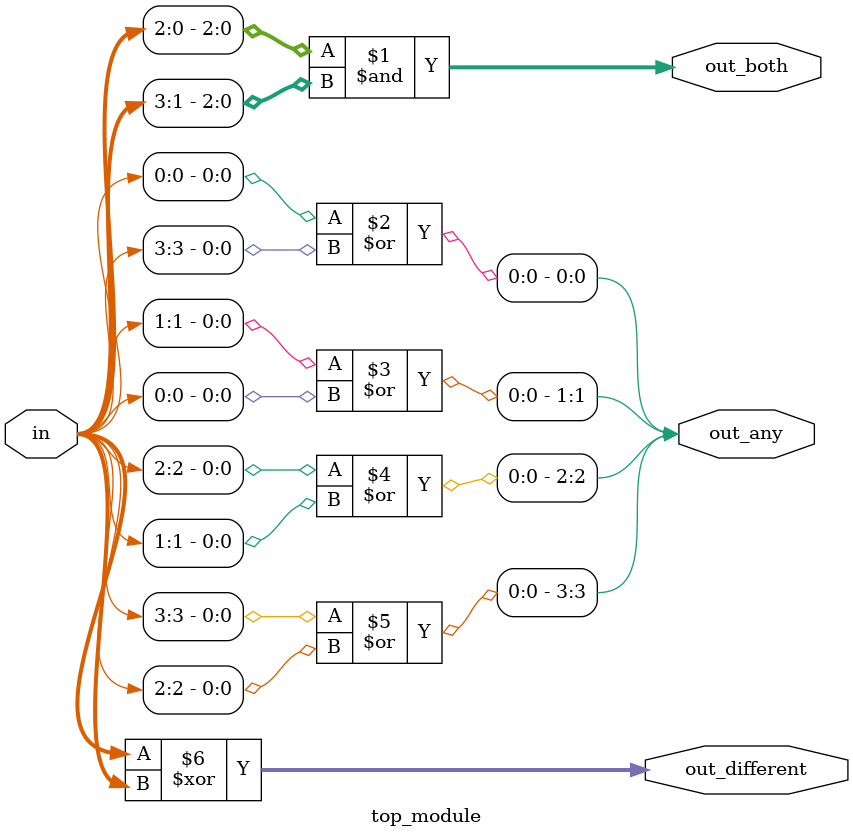
<source format=sv>
module top_module (
    input [3:0] in,
    output [2:0] out_both,
    output [3:0] out_any,
    output [3:0] out_different
);
    // Assign bitwise AND operation
    assign out_both = in[2:0] & in[3:1];
    
    // Assign bitwise OR operation
    assign out_any = { (in[3] | in[2]), (in[2] | in[1]), (in[1] | in[0]), (in[0] | in[3]) }; 

    // Assign bitwise XOR operation
    assign out_different = in ^ { in[3:1], in[0] };
endmodule

</source>
